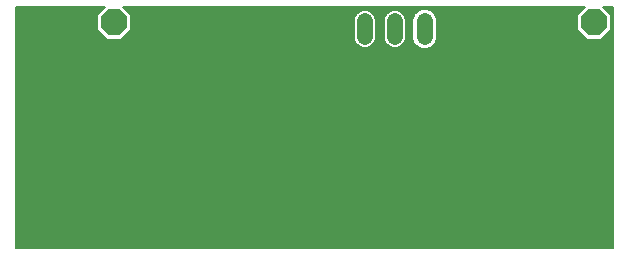
<source format=gbl>
G75*
%MOIN*%
%OFA0B0*%
%FSLAX25Y25*%
%IPPOS*%
%LPD*%
%AMOC8*
5,1,8,0,0,1.08239X$1,22.5*
%
%ADD10C,0.05200*%
%ADD11OC8,0.08500*%
%ADD12C,0.00600*%
%ADD13C,0.03569*%
D10*
X0131272Y0077021D02*
X0131272Y0082221D01*
X0141272Y0082221D02*
X0141272Y0077021D01*
X0151272Y0077021D02*
X0151272Y0082221D01*
D11*
X0207668Y0081895D03*
X0047668Y0081895D03*
X0047668Y0011895D03*
X0207668Y0011895D03*
D12*
X0014968Y0006695D02*
X0014968Y0087056D01*
X0044697Y0087056D01*
X0041918Y0084277D01*
X0041918Y0079514D01*
X0045287Y0076145D01*
X0050050Y0076145D01*
X0053418Y0079514D01*
X0053418Y0084277D01*
X0050639Y0087056D01*
X0204697Y0087056D01*
X0201918Y0084277D01*
X0201918Y0079514D01*
X0205287Y0076145D01*
X0210050Y0076145D01*
X0213418Y0079514D01*
X0213418Y0084277D01*
X0210639Y0087056D01*
X0214069Y0087056D01*
X0214069Y0006695D01*
X0014968Y0006695D01*
X0014968Y0007282D02*
X0214069Y0007282D01*
X0214069Y0007880D02*
X0014968Y0007880D01*
X0014968Y0008479D02*
X0214069Y0008479D01*
X0214069Y0009077D02*
X0014968Y0009077D01*
X0014968Y0009676D02*
X0214069Y0009676D01*
X0214069Y0010274D02*
X0014968Y0010274D01*
X0014968Y0010873D02*
X0214069Y0010873D01*
X0214069Y0011471D02*
X0014968Y0011471D01*
X0014968Y0012070D02*
X0214069Y0012070D01*
X0214069Y0012668D02*
X0014968Y0012668D01*
X0014968Y0013267D02*
X0214069Y0013267D01*
X0214069Y0013865D02*
X0014968Y0013865D01*
X0014968Y0014464D02*
X0214069Y0014464D01*
X0214069Y0015063D02*
X0014968Y0015063D01*
X0014968Y0015661D02*
X0214069Y0015661D01*
X0214069Y0016260D02*
X0014968Y0016260D01*
X0014968Y0016858D02*
X0214069Y0016858D01*
X0214069Y0017457D02*
X0014968Y0017457D01*
X0014968Y0018055D02*
X0214069Y0018055D01*
X0214069Y0018654D02*
X0014968Y0018654D01*
X0014968Y0019252D02*
X0214069Y0019252D01*
X0214069Y0019851D02*
X0014968Y0019851D01*
X0014968Y0020449D02*
X0214069Y0020449D01*
X0214069Y0021048D02*
X0014968Y0021048D01*
X0014968Y0021646D02*
X0214069Y0021646D01*
X0214069Y0022245D02*
X0014968Y0022245D01*
X0014968Y0022843D02*
X0214069Y0022843D01*
X0214069Y0023442D02*
X0014968Y0023442D01*
X0014968Y0024040D02*
X0214069Y0024040D01*
X0214069Y0024639D02*
X0014968Y0024639D01*
X0014968Y0025237D02*
X0214069Y0025237D01*
X0214069Y0025836D02*
X0014968Y0025836D01*
X0014968Y0026434D02*
X0214069Y0026434D01*
X0214069Y0027033D02*
X0014968Y0027033D01*
X0014968Y0027631D02*
X0214069Y0027631D01*
X0214069Y0028230D02*
X0014968Y0028230D01*
X0014968Y0028828D02*
X0214069Y0028828D01*
X0214069Y0029427D02*
X0014968Y0029427D01*
X0014968Y0030025D02*
X0214069Y0030025D01*
X0214069Y0030624D02*
X0014968Y0030624D01*
X0014968Y0031222D02*
X0214069Y0031222D01*
X0214069Y0031821D02*
X0014968Y0031821D01*
X0014968Y0032419D02*
X0214069Y0032419D01*
X0214069Y0033018D02*
X0014968Y0033018D01*
X0014968Y0033616D02*
X0214069Y0033616D01*
X0214069Y0034215D02*
X0014968Y0034215D01*
X0014968Y0034813D02*
X0214069Y0034813D01*
X0214069Y0035412D02*
X0014968Y0035412D01*
X0014968Y0036010D02*
X0214069Y0036010D01*
X0214069Y0036609D02*
X0014968Y0036609D01*
X0014968Y0037207D02*
X0214069Y0037207D01*
X0214069Y0037806D02*
X0014968Y0037806D01*
X0014968Y0038404D02*
X0214069Y0038404D01*
X0214069Y0039003D02*
X0014968Y0039003D01*
X0014968Y0039601D02*
X0214069Y0039601D01*
X0214069Y0040200D02*
X0014968Y0040200D01*
X0014968Y0040798D02*
X0214069Y0040798D01*
X0214069Y0041397D02*
X0014968Y0041397D01*
X0014968Y0041996D02*
X0214069Y0041996D01*
X0214069Y0042594D02*
X0014968Y0042594D01*
X0014968Y0043193D02*
X0214069Y0043193D01*
X0214069Y0043791D02*
X0014968Y0043791D01*
X0014968Y0044390D02*
X0214069Y0044390D01*
X0214069Y0044988D02*
X0014968Y0044988D01*
X0014968Y0045587D02*
X0214069Y0045587D01*
X0214069Y0046185D02*
X0014968Y0046185D01*
X0014968Y0046784D02*
X0214069Y0046784D01*
X0214069Y0047382D02*
X0014968Y0047382D01*
X0014968Y0047981D02*
X0214069Y0047981D01*
X0214069Y0048579D02*
X0014968Y0048579D01*
X0014968Y0049178D02*
X0214069Y0049178D01*
X0214069Y0049776D02*
X0014968Y0049776D01*
X0014968Y0050375D02*
X0214069Y0050375D01*
X0214069Y0050973D02*
X0014968Y0050973D01*
X0014968Y0051572D02*
X0214069Y0051572D01*
X0214069Y0052170D02*
X0014968Y0052170D01*
X0014968Y0052769D02*
X0214069Y0052769D01*
X0214069Y0053367D02*
X0014968Y0053367D01*
X0014968Y0053966D02*
X0214069Y0053966D01*
X0214069Y0054564D02*
X0014968Y0054564D01*
X0014968Y0055163D02*
X0214069Y0055163D01*
X0214069Y0055761D02*
X0014968Y0055761D01*
X0014968Y0056360D02*
X0214069Y0056360D01*
X0214069Y0056958D02*
X0014968Y0056958D01*
X0014968Y0057557D02*
X0214069Y0057557D01*
X0214069Y0058155D02*
X0014968Y0058155D01*
X0014968Y0058754D02*
X0214069Y0058754D01*
X0214069Y0059352D02*
X0014968Y0059352D01*
X0014968Y0059951D02*
X0214069Y0059951D01*
X0214069Y0060549D02*
X0014968Y0060549D01*
X0014968Y0061148D02*
X0214069Y0061148D01*
X0214069Y0061746D02*
X0014968Y0061746D01*
X0014968Y0062345D02*
X0214069Y0062345D01*
X0214069Y0062943D02*
X0014968Y0062943D01*
X0014968Y0063542D02*
X0214069Y0063542D01*
X0214069Y0064140D02*
X0014968Y0064140D01*
X0014968Y0064739D02*
X0214069Y0064739D01*
X0214069Y0065337D02*
X0014968Y0065337D01*
X0014968Y0065936D02*
X0214069Y0065936D01*
X0214069Y0066534D02*
X0014968Y0066534D01*
X0014968Y0067133D02*
X0214069Y0067133D01*
X0214069Y0067732D02*
X0014968Y0067732D01*
X0014968Y0068330D02*
X0214069Y0068330D01*
X0214069Y0068929D02*
X0014968Y0068929D01*
X0014968Y0069527D02*
X0214069Y0069527D01*
X0214069Y0070126D02*
X0014968Y0070126D01*
X0014968Y0070724D02*
X0214069Y0070724D01*
X0214069Y0071323D02*
X0014968Y0071323D01*
X0014968Y0071921D02*
X0214069Y0071921D01*
X0214069Y0072520D02*
X0014968Y0072520D01*
X0014968Y0073118D02*
X0149980Y0073118D01*
X0150457Y0072921D02*
X0152088Y0072921D01*
X0153595Y0073545D01*
X0154748Y0074698D01*
X0155372Y0076205D01*
X0155372Y0083036D01*
X0154748Y0084543D01*
X0153595Y0085696D01*
X0152088Y0086321D01*
X0150457Y0086321D01*
X0148950Y0085696D01*
X0147796Y0084543D01*
X0147172Y0083036D01*
X0147172Y0076205D01*
X0147796Y0074698D01*
X0148950Y0073545D01*
X0150457Y0072921D01*
X0148778Y0073717D02*
X0142964Y0073717D01*
X0143368Y0073884D02*
X0144409Y0074925D01*
X0144972Y0076285D01*
X0144972Y0082957D01*
X0144409Y0084316D01*
X0143368Y0085357D01*
X0142008Y0085921D01*
X0140536Y0085921D01*
X0139176Y0085357D01*
X0138136Y0084316D01*
X0137572Y0082957D01*
X0137572Y0076285D01*
X0138136Y0074925D01*
X0139176Y0073884D01*
X0140536Y0073321D01*
X0142008Y0073321D01*
X0143368Y0073884D01*
X0143799Y0074315D02*
X0148179Y0074315D01*
X0147707Y0074914D02*
X0144398Y0074914D01*
X0144652Y0075512D02*
X0147459Y0075512D01*
X0147211Y0076111D02*
X0144900Y0076111D01*
X0144972Y0076709D02*
X0147172Y0076709D01*
X0147172Y0077308D02*
X0144972Y0077308D01*
X0144972Y0077906D02*
X0147172Y0077906D01*
X0147172Y0078505D02*
X0144972Y0078505D01*
X0144972Y0079103D02*
X0147172Y0079103D01*
X0147172Y0079702D02*
X0144972Y0079702D01*
X0144972Y0080300D02*
X0147172Y0080300D01*
X0147172Y0080899D02*
X0144972Y0080899D01*
X0144972Y0081497D02*
X0147172Y0081497D01*
X0147172Y0082096D02*
X0144972Y0082096D01*
X0144972Y0082694D02*
X0147172Y0082694D01*
X0147279Y0083293D02*
X0144833Y0083293D01*
X0144585Y0083891D02*
X0147526Y0083891D01*
X0147774Y0084490D02*
X0144236Y0084490D01*
X0143637Y0085088D02*
X0148342Y0085088D01*
X0148940Y0085687D02*
X0142573Y0085687D01*
X0139972Y0085687D02*
X0132573Y0085687D01*
X0132008Y0085921D02*
X0130536Y0085921D01*
X0129176Y0085357D01*
X0128136Y0084316D01*
X0127572Y0082957D01*
X0127572Y0076285D01*
X0128136Y0074925D01*
X0129176Y0073884D01*
X0130536Y0073321D01*
X0132008Y0073321D01*
X0133368Y0073884D01*
X0134409Y0074925D01*
X0134972Y0076285D01*
X0134972Y0082957D01*
X0134409Y0084316D01*
X0133368Y0085357D01*
X0132008Y0085921D01*
X0133637Y0085088D02*
X0138907Y0085088D01*
X0138309Y0084490D02*
X0134236Y0084490D01*
X0134585Y0083891D02*
X0137959Y0083891D01*
X0137712Y0083293D02*
X0134833Y0083293D01*
X0134972Y0082694D02*
X0137572Y0082694D01*
X0137572Y0082096D02*
X0134972Y0082096D01*
X0134972Y0081497D02*
X0137572Y0081497D01*
X0137572Y0080899D02*
X0134972Y0080899D01*
X0134972Y0080300D02*
X0137572Y0080300D01*
X0137572Y0079702D02*
X0134972Y0079702D01*
X0134972Y0079103D02*
X0137572Y0079103D01*
X0137572Y0078505D02*
X0134972Y0078505D01*
X0134972Y0077906D02*
X0137572Y0077906D01*
X0137572Y0077308D02*
X0134972Y0077308D01*
X0134972Y0076709D02*
X0137572Y0076709D01*
X0137644Y0076111D02*
X0134900Y0076111D01*
X0134652Y0075512D02*
X0137892Y0075512D01*
X0138147Y0074914D02*
X0134398Y0074914D01*
X0133799Y0074315D02*
X0138745Y0074315D01*
X0139580Y0073717D02*
X0132964Y0073717D01*
X0129580Y0073717D02*
X0014968Y0073717D01*
X0014968Y0074315D02*
X0128745Y0074315D01*
X0128147Y0074914D02*
X0014968Y0074914D01*
X0014968Y0075512D02*
X0127892Y0075512D01*
X0127644Y0076111D02*
X0014968Y0076111D01*
X0014968Y0076709D02*
X0044723Y0076709D01*
X0044124Y0077308D02*
X0014968Y0077308D01*
X0014968Y0077906D02*
X0043526Y0077906D01*
X0042927Y0078505D02*
X0014968Y0078505D01*
X0014968Y0079103D02*
X0042329Y0079103D01*
X0041918Y0079702D02*
X0014968Y0079702D01*
X0014968Y0080300D02*
X0041918Y0080300D01*
X0041918Y0080899D02*
X0014968Y0080899D01*
X0014968Y0081497D02*
X0041918Y0081497D01*
X0041918Y0082096D02*
X0014968Y0082096D01*
X0014968Y0082694D02*
X0041918Y0082694D01*
X0041918Y0083293D02*
X0014968Y0083293D01*
X0014968Y0083891D02*
X0041918Y0083891D01*
X0042131Y0084490D02*
X0014968Y0084490D01*
X0014968Y0085088D02*
X0042730Y0085088D01*
X0043328Y0085687D02*
X0014968Y0085687D01*
X0014968Y0086285D02*
X0043927Y0086285D01*
X0044525Y0086884D02*
X0014968Y0086884D01*
X0050811Y0086884D02*
X0204525Y0086884D01*
X0203927Y0086285D02*
X0152173Y0086285D01*
X0153604Y0085687D02*
X0203328Y0085687D01*
X0202730Y0085088D02*
X0154203Y0085088D01*
X0154770Y0084490D02*
X0202131Y0084490D01*
X0201918Y0083891D02*
X0155018Y0083891D01*
X0155266Y0083293D02*
X0201918Y0083293D01*
X0201918Y0082694D02*
X0155372Y0082694D01*
X0155372Y0082096D02*
X0201918Y0082096D01*
X0201918Y0081497D02*
X0155372Y0081497D01*
X0155372Y0080899D02*
X0201918Y0080899D01*
X0201918Y0080300D02*
X0155372Y0080300D01*
X0155372Y0079702D02*
X0201918Y0079702D01*
X0202329Y0079103D02*
X0155372Y0079103D01*
X0155372Y0078505D02*
X0202927Y0078505D01*
X0203526Y0077906D02*
X0155372Y0077906D01*
X0155372Y0077308D02*
X0204124Y0077308D01*
X0204723Y0076709D02*
X0155372Y0076709D01*
X0155333Y0076111D02*
X0214069Y0076111D01*
X0214069Y0076709D02*
X0210614Y0076709D01*
X0211212Y0077308D02*
X0214069Y0077308D01*
X0214069Y0077906D02*
X0211811Y0077906D01*
X0212409Y0078505D02*
X0214069Y0078505D01*
X0214069Y0079103D02*
X0213008Y0079103D01*
X0213418Y0079702D02*
X0214069Y0079702D01*
X0214069Y0080300D02*
X0213418Y0080300D01*
X0213418Y0080899D02*
X0214069Y0080899D01*
X0214069Y0081497D02*
X0213418Y0081497D01*
X0213418Y0082096D02*
X0214069Y0082096D01*
X0214069Y0082694D02*
X0213418Y0082694D01*
X0213418Y0083293D02*
X0214069Y0083293D01*
X0214069Y0083891D02*
X0213418Y0083891D01*
X0213205Y0084490D02*
X0214069Y0084490D01*
X0214069Y0085088D02*
X0212607Y0085088D01*
X0212008Y0085687D02*
X0214069Y0085687D01*
X0214069Y0086285D02*
X0211410Y0086285D01*
X0210811Y0086884D02*
X0214069Y0086884D01*
X0214069Y0075512D02*
X0155085Y0075512D01*
X0154837Y0074914D02*
X0214069Y0074914D01*
X0214069Y0074315D02*
X0154365Y0074315D01*
X0153767Y0073717D02*
X0214069Y0073717D01*
X0214069Y0073118D02*
X0152565Y0073118D01*
X0127572Y0076709D02*
X0050614Y0076709D01*
X0051212Y0077308D02*
X0127572Y0077308D01*
X0127572Y0077906D02*
X0051811Y0077906D01*
X0052409Y0078505D02*
X0127572Y0078505D01*
X0127572Y0079103D02*
X0053008Y0079103D01*
X0053418Y0079702D02*
X0127572Y0079702D01*
X0127572Y0080300D02*
X0053418Y0080300D01*
X0053418Y0080899D02*
X0127572Y0080899D01*
X0127572Y0081497D02*
X0053418Y0081497D01*
X0053418Y0082096D02*
X0127572Y0082096D01*
X0127572Y0082694D02*
X0053418Y0082694D01*
X0053418Y0083293D02*
X0127712Y0083293D01*
X0127959Y0083891D02*
X0053418Y0083891D01*
X0053205Y0084490D02*
X0128309Y0084490D01*
X0128907Y0085088D02*
X0052607Y0085088D01*
X0052008Y0085687D02*
X0129972Y0085687D01*
X0150372Y0086285D02*
X0051410Y0086285D01*
D13*
X0089915Y0078509D03*
X0094915Y0078509D03*
X0094915Y0073509D03*
X0089915Y0073509D03*
X0089915Y0068509D03*
X0094915Y0068509D03*
X0094915Y0063509D03*
X0089915Y0063509D03*
X0047415Y0031009D03*
X0047415Y0026009D03*
X0032415Y0026009D03*
X0032415Y0031009D03*
X0191915Y0031009D03*
X0201915Y0031009D03*
X0201915Y0036009D03*
X0191915Y0036009D03*
M02*

</source>
